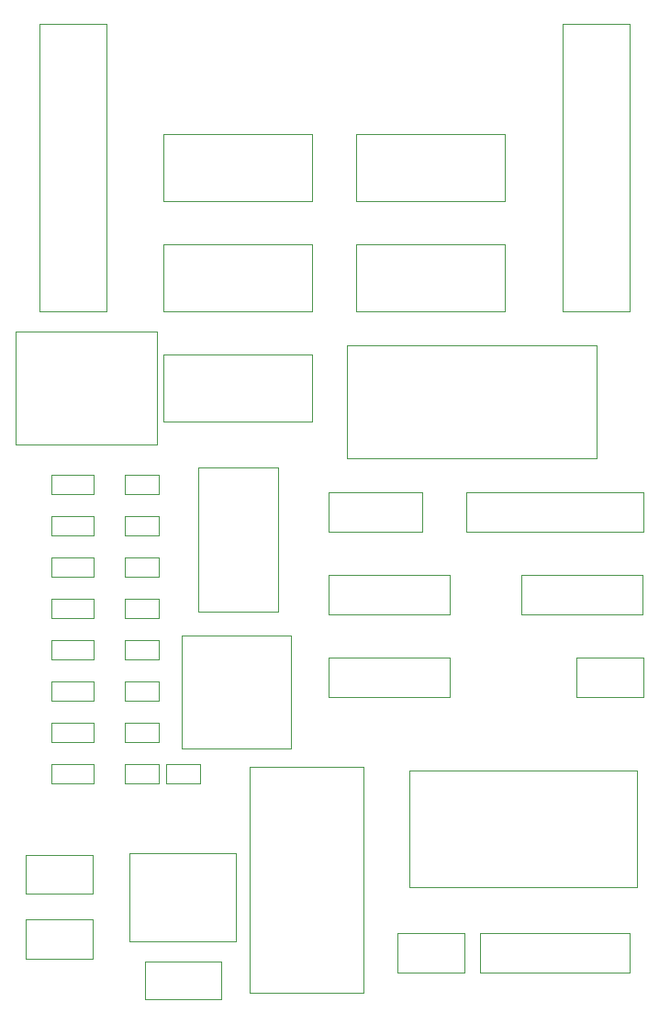
<source format=gbr>
G04 #@! TF.FileFunction,Other,User*
%FSLAX46Y46*%
G04 Gerber Fmt 4.6, Leading zero omitted, Abs format (unit mm)*
G04 Created by KiCad (PCBNEW 4.0.7) date 04/06/18 15:52:29*
%MOMM*%
%LPD*%
G01*
G04 APERTURE LIST*
%ADD10C,0.100000*%
%ADD11C,0.050000*%
G04 APERTURE END LIST*
D10*
D11*
X177270000Y-56620000D02*
X177270000Y-83070000D01*
X177270000Y-83070000D02*
X183420000Y-83070000D01*
X183420000Y-83070000D02*
X183420000Y-56620000D01*
X183420000Y-56620000D02*
X177270000Y-56620000D01*
X135150000Y-83080000D02*
X135150000Y-56630000D01*
X135150000Y-56630000D02*
X129000000Y-56630000D01*
X129000000Y-56630000D02*
X129000000Y-83080000D01*
X129000000Y-83080000D02*
X135150000Y-83080000D01*
X140440000Y-72920000D02*
X154190000Y-72920000D01*
X154190000Y-72920000D02*
X154190000Y-66770000D01*
X154190000Y-66770000D02*
X140440000Y-66770000D01*
X140440000Y-66770000D02*
X140440000Y-72920000D01*
X158220000Y-72920000D02*
X171970000Y-72920000D01*
X171970000Y-72920000D02*
X171970000Y-66770000D01*
X171970000Y-66770000D02*
X158220000Y-66770000D01*
X158220000Y-66770000D02*
X158220000Y-72920000D01*
X140440000Y-83080000D02*
X154190000Y-83080000D01*
X154190000Y-83080000D02*
X154190000Y-76930000D01*
X154190000Y-76930000D02*
X140440000Y-76930000D01*
X140440000Y-76930000D02*
X140440000Y-83080000D01*
X158220000Y-83080000D02*
X171970000Y-83080000D01*
X171970000Y-83080000D02*
X171970000Y-76930000D01*
X171970000Y-76930000D02*
X158220000Y-76930000D01*
X158220000Y-76930000D02*
X158220000Y-83080000D01*
X140440000Y-93240000D02*
X154190000Y-93240000D01*
X154190000Y-93240000D02*
X154190000Y-87090000D01*
X154190000Y-87090000D02*
X140440000Y-87090000D01*
X140440000Y-87090000D02*
X140440000Y-93240000D01*
X168380000Y-103400000D02*
X184680000Y-103400000D01*
X184680000Y-103400000D02*
X184680000Y-99800000D01*
X184680000Y-99800000D02*
X168380000Y-99800000D01*
X168380000Y-99800000D02*
X168380000Y-103400000D01*
X155680000Y-111020000D02*
X166880000Y-111020000D01*
X166880000Y-111020000D02*
X166880000Y-107420000D01*
X166880000Y-107420000D02*
X155680000Y-107420000D01*
X155680000Y-107420000D02*
X155680000Y-111020000D01*
X155680000Y-118640000D02*
X166880000Y-118640000D01*
X166880000Y-118640000D02*
X166880000Y-115040000D01*
X166880000Y-115040000D02*
X155680000Y-115040000D01*
X155680000Y-115040000D02*
X155680000Y-118640000D01*
X183410000Y-140440000D02*
X169660000Y-140440000D01*
X169660000Y-140440000D02*
X169660000Y-144040000D01*
X169660000Y-144040000D02*
X183410000Y-144040000D01*
X183410000Y-144040000D02*
X183410000Y-140440000D01*
X184099000Y-125450000D02*
X163099000Y-125450000D01*
X163099000Y-125450000D02*
X163099000Y-136150000D01*
X163099000Y-136150000D02*
X184099000Y-136150000D01*
X184099000Y-136150000D02*
X184099000Y-125450000D01*
X173460000Y-111020000D02*
X184660000Y-111020000D01*
X184660000Y-111020000D02*
X184660000Y-107420000D01*
X184660000Y-107420000D02*
X173460000Y-107420000D01*
X173460000Y-107420000D02*
X173460000Y-111020000D01*
X127740000Y-136801000D02*
X133890000Y-136801000D01*
X133890000Y-136801000D02*
X133890000Y-133201000D01*
X133890000Y-133201000D02*
X127740000Y-133201000D01*
X127740000Y-133201000D02*
X127740000Y-136801000D01*
X137330000Y-133070000D02*
X137330000Y-141220000D01*
X137330000Y-141220000D02*
X147130000Y-141220000D01*
X147130000Y-141220000D02*
X147130000Y-133070000D01*
X147130000Y-133070000D02*
X137330000Y-133070000D01*
X155680000Y-103400000D02*
X164330000Y-103400000D01*
X164330000Y-103400000D02*
X164330000Y-99800000D01*
X164330000Y-99800000D02*
X155680000Y-99800000D01*
X155680000Y-99800000D02*
X155680000Y-103400000D01*
X143620000Y-110790000D02*
X143620000Y-97490000D01*
X143620000Y-97490000D02*
X151020000Y-97490000D01*
X151020000Y-97490000D02*
X151020000Y-110790000D01*
X143620000Y-110790000D02*
X151020000Y-110790000D01*
X136880000Y-98160000D02*
X139980000Y-98160000D01*
X136880000Y-98160000D02*
X136880000Y-99960000D01*
X139980000Y-99960000D02*
X139980000Y-98160000D01*
X139980000Y-99960000D02*
X136880000Y-99960000D01*
X136880000Y-101970000D02*
X139980000Y-101970000D01*
X136880000Y-101970000D02*
X136880000Y-103770000D01*
X139980000Y-103770000D02*
X139980000Y-101970000D01*
X139980000Y-103770000D02*
X136880000Y-103770000D01*
X136880000Y-105780000D02*
X139980000Y-105780000D01*
X136880000Y-105780000D02*
X136880000Y-107580000D01*
X139980000Y-107580000D02*
X139980000Y-105780000D01*
X139980000Y-107580000D02*
X136880000Y-107580000D01*
X136880000Y-109590000D02*
X139980000Y-109590000D01*
X136880000Y-109590000D02*
X136880000Y-111390000D01*
X139980000Y-111390000D02*
X139980000Y-109590000D01*
X139980000Y-111390000D02*
X136880000Y-111390000D01*
X136880000Y-113400000D02*
X139980000Y-113400000D01*
X136880000Y-113400000D02*
X136880000Y-115200000D01*
X139980000Y-115200000D02*
X139980000Y-113400000D01*
X139980000Y-115200000D02*
X136880000Y-115200000D01*
X136880000Y-117210000D02*
X139980000Y-117210000D01*
X136880000Y-117210000D02*
X136880000Y-119010000D01*
X139980000Y-119010000D02*
X139980000Y-117210000D01*
X139980000Y-119010000D02*
X136880000Y-119010000D01*
X136880000Y-121020000D02*
X139980000Y-121020000D01*
X136880000Y-121020000D02*
X136880000Y-122820000D01*
X139980000Y-122820000D02*
X139980000Y-121020000D01*
X139980000Y-122820000D02*
X136880000Y-122820000D01*
X136880000Y-124830000D02*
X139980000Y-124830000D01*
X136880000Y-124830000D02*
X136880000Y-126630000D01*
X139980000Y-126630000D02*
X139980000Y-124830000D01*
X139980000Y-126630000D02*
X136880000Y-126630000D01*
X134030000Y-98210000D02*
X134030000Y-99910000D01*
X134030000Y-99910000D02*
X130130000Y-99910000D01*
X130130000Y-99910000D02*
X130130000Y-98210000D01*
X130130000Y-98210000D02*
X134030000Y-98210000D01*
X134030000Y-102020000D02*
X134030000Y-103720000D01*
X134030000Y-103720000D02*
X130130000Y-103720000D01*
X130130000Y-103720000D02*
X130130000Y-102020000D01*
X130130000Y-102020000D02*
X134030000Y-102020000D01*
X134030000Y-105830000D02*
X134030000Y-107530000D01*
X134030000Y-107530000D02*
X130130000Y-107530000D01*
X130130000Y-107530000D02*
X130130000Y-105830000D01*
X130130000Y-105830000D02*
X134030000Y-105830000D01*
X134030000Y-109640000D02*
X134030000Y-111340000D01*
X134030000Y-111340000D02*
X130130000Y-111340000D01*
X130130000Y-111340000D02*
X130130000Y-109640000D01*
X130130000Y-109640000D02*
X134030000Y-109640000D01*
X134030000Y-113450000D02*
X134030000Y-115150000D01*
X134030000Y-115150000D02*
X130130000Y-115150000D01*
X130130000Y-115150000D02*
X130130000Y-113450000D01*
X130130000Y-113450000D02*
X134030000Y-113450000D01*
X134030000Y-117260000D02*
X134030000Y-118960000D01*
X134030000Y-118960000D02*
X130130000Y-118960000D01*
X130130000Y-118960000D02*
X130130000Y-117260000D01*
X130130000Y-117260000D02*
X134030000Y-117260000D01*
X134030000Y-121070000D02*
X134030000Y-122770000D01*
X134030000Y-122770000D02*
X130130000Y-122770000D01*
X130130000Y-122770000D02*
X130130000Y-121070000D01*
X130130000Y-121070000D02*
X134030000Y-121070000D01*
X134030000Y-124880000D02*
X134030000Y-126580000D01*
X134030000Y-126580000D02*
X130130000Y-126580000D01*
X130130000Y-126580000D02*
X130130000Y-124880000D01*
X130130000Y-124880000D02*
X134030000Y-124880000D01*
X127740000Y-142770000D02*
X133890000Y-142770000D01*
X133890000Y-142770000D02*
X133890000Y-139170000D01*
X133890000Y-139170000D02*
X127740000Y-139170000D01*
X127740000Y-139170000D02*
X127740000Y-142770000D01*
X148420000Y-125070000D02*
X148420000Y-145930000D01*
X148420000Y-145930000D02*
X158920000Y-145930000D01*
X158920000Y-145930000D02*
X158920000Y-125070000D01*
X158920000Y-125070000D02*
X148420000Y-125070000D01*
X140690000Y-124830000D02*
X143790000Y-124830000D01*
X140690000Y-124830000D02*
X140690000Y-126630000D01*
X143790000Y-126630000D02*
X143790000Y-124830000D01*
X143790000Y-126630000D02*
X140690000Y-126630000D01*
X138740000Y-143030000D02*
X145740000Y-143030000D01*
X145740000Y-143030000D02*
X145740000Y-146530000D01*
X145740000Y-146530000D02*
X138740000Y-146530000D01*
X138740000Y-146530000D02*
X138740000Y-143030000D01*
X142143000Y-113027000D02*
X142143000Y-123427000D01*
X142143000Y-123427000D02*
X152193000Y-123427000D01*
X152193000Y-123427000D02*
X152193000Y-113027000D01*
X152193000Y-113027000D02*
X142143000Y-113027000D01*
X157333000Y-96650000D02*
X180433000Y-96650000D01*
X180433000Y-96650000D02*
X180433000Y-86250000D01*
X180433000Y-86250000D02*
X157333000Y-86250000D01*
X157333000Y-86250000D02*
X157333000Y-96650000D01*
X162030000Y-144040000D02*
X168180000Y-144040000D01*
X168180000Y-144040000D02*
X168180000Y-140440000D01*
X168180000Y-140440000D02*
X162030000Y-140440000D01*
X162030000Y-140440000D02*
X162030000Y-144040000D01*
X178540000Y-118640000D02*
X184690000Y-118640000D01*
X184690000Y-118640000D02*
X184690000Y-115040000D01*
X184690000Y-115040000D02*
X178540000Y-115040000D01*
X178540000Y-115040000D02*
X178540000Y-118640000D01*
X126840000Y-95380000D02*
X139840000Y-95380000D01*
X139840000Y-95380000D02*
X139840000Y-84980000D01*
X139840000Y-84980000D02*
X126840000Y-84980000D01*
X126840000Y-84980000D02*
X126840000Y-95380000D01*
M02*

</source>
